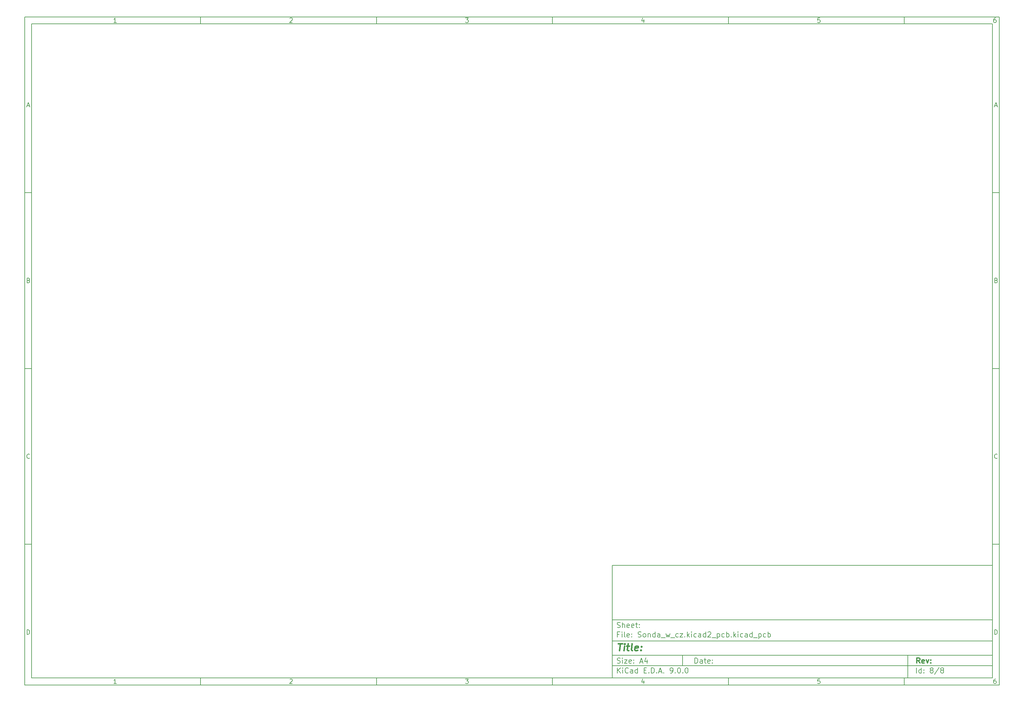
<source format=gbr>
%TF.GenerationSoftware,KiCad,Pcbnew,9.0.0*%
%TF.CreationDate,2025-03-20T15:23:59+01:00*%
%TF.ProjectId,Sonda_w_cz.kicad2_pcb,536f6e64-615f-4775-9f63-7a2e6b696361,rev?*%
%TF.SameCoordinates,Original*%
%TF.FileFunction,Other,User*%
%FSLAX46Y46*%
G04 Gerber Fmt 4.6, Leading zero omitted, Abs format (unit mm)*
G04 Created by KiCad (PCBNEW 9.0.0) date 2025-03-20 15:23:59*
%MOMM*%
%LPD*%
G01*
G04 APERTURE LIST*
%ADD10C,0.100000*%
%ADD11C,0.150000*%
%ADD12C,0.300000*%
%ADD13C,0.400000*%
G04 APERTURE END LIST*
D10*
D11*
X177002200Y-166007200D02*
X285002200Y-166007200D01*
X285002200Y-198007200D01*
X177002200Y-198007200D01*
X177002200Y-166007200D01*
D10*
D11*
X10000000Y-10000000D02*
X287002200Y-10000000D01*
X287002200Y-200007200D01*
X10000000Y-200007200D01*
X10000000Y-10000000D01*
D10*
D11*
X12000000Y-12000000D02*
X285002200Y-12000000D01*
X285002200Y-198007200D01*
X12000000Y-198007200D01*
X12000000Y-12000000D01*
D10*
D11*
X60000000Y-12000000D02*
X60000000Y-10000000D01*
D10*
D11*
X110000000Y-12000000D02*
X110000000Y-10000000D01*
D10*
D11*
X160000000Y-12000000D02*
X160000000Y-10000000D01*
D10*
D11*
X210000000Y-12000000D02*
X210000000Y-10000000D01*
D10*
D11*
X260000000Y-12000000D02*
X260000000Y-10000000D01*
D10*
D11*
X36089160Y-11593604D02*
X35346303Y-11593604D01*
X35717731Y-11593604D02*
X35717731Y-10293604D01*
X35717731Y-10293604D02*
X35593922Y-10479319D01*
X35593922Y-10479319D02*
X35470112Y-10603128D01*
X35470112Y-10603128D02*
X35346303Y-10665033D01*
D10*
D11*
X85346303Y-10417414D02*
X85408207Y-10355509D01*
X85408207Y-10355509D02*
X85532017Y-10293604D01*
X85532017Y-10293604D02*
X85841541Y-10293604D01*
X85841541Y-10293604D02*
X85965350Y-10355509D01*
X85965350Y-10355509D02*
X86027255Y-10417414D01*
X86027255Y-10417414D02*
X86089160Y-10541223D01*
X86089160Y-10541223D02*
X86089160Y-10665033D01*
X86089160Y-10665033D02*
X86027255Y-10850747D01*
X86027255Y-10850747D02*
X85284398Y-11593604D01*
X85284398Y-11593604D02*
X86089160Y-11593604D01*
D10*
D11*
X135284398Y-10293604D02*
X136089160Y-10293604D01*
X136089160Y-10293604D02*
X135655826Y-10788842D01*
X135655826Y-10788842D02*
X135841541Y-10788842D01*
X135841541Y-10788842D02*
X135965350Y-10850747D01*
X135965350Y-10850747D02*
X136027255Y-10912652D01*
X136027255Y-10912652D02*
X136089160Y-11036461D01*
X136089160Y-11036461D02*
X136089160Y-11345985D01*
X136089160Y-11345985D02*
X136027255Y-11469795D01*
X136027255Y-11469795D02*
X135965350Y-11531700D01*
X135965350Y-11531700D02*
X135841541Y-11593604D01*
X135841541Y-11593604D02*
X135470112Y-11593604D01*
X135470112Y-11593604D02*
X135346303Y-11531700D01*
X135346303Y-11531700D02*
X135284398Y-11469795D01*
D10*
D11*
X185965350Y-10726938D02*
X185965350Y-11593604D01*
X185655826Y-10231700D02*
X185346303Y-11160271D01*
X185346303Y-11160271D02*
X186151064Y-11160271D01*
D10*
D11*
X236027255Y-10293604D02*
X235408207Y-10293604D01*
X235408207Y-10293604D02*
X235346303Y-10912652D01*
X235346303Y-10912652D02*
X235408207Y-10850747D01*
X235408207Y-10850747D02*
X235532017Y-10788842D01*
X235532017Y-10788842D02*
X235841541Y-10788842D01*
X235841541Y-10788842D02*
X235965350Y-10850747D01*
X235965350Y-10850747D02*
X236027255Y-10912652D01*
X236027255Y-10912652D02*
X236089160Y-11036461D01*
X236089160Y-11036461D02*
X236089160Y-11345985D01*
X236089160Y-11345985D02*
X236027255Y-11469795D01*
X236027255Y-11469795D02*
X235965350Y-11531700D01*
X235965350Y-11531700D02*
X235841541Y-11593604D01*
X235841541Y-11593604D02*
X235532017Y-11593604D01*
X235532017Y-11593604D02*
X235408207Y-11531700D01*
X235408207Y-11531700D02*
X235346303Y-11469795D01*
D10*
D11*
X285965350Y-10293604D02*
X285717731Y-10293604D01*
X285717731Y-10293604D02*
X285593922Y-10355509D01*
X285593922Y-10355509D02*
X285532017Y-10417414D01*
X285532017Y-10417414D02*
X285408207Y-10603128D01*
X285408207Y-10603128D02*
X285346303Y-10850747D01*
X285346303Y-10850747D02*
X285346303Y-11345985D01*
X285346303Y-11345985D02*
X285408207Y-11469795D01*
X285408207Y-11469795D02*
X285470112Y-11531700D01*
X285470112Y-11531700D02*
X285593922Y-11593604D01*
X285593922Y-11593604D02*
X285841541Y-11593604D01*
X285841541Y-11593604D02*
X285965350Y-11531700D01*
X285965350Y-11531700D02*
X286027255Y-11469795D01*
X286027255Y-11469795D02*
X286089160Y-11345985D01*
X286089160Y-11345985D02*
X286089160Y-11036461D01*
X286089160Y-11036461D02*
X286027255Y-10912652D01*
X286027255Y-10912652D02*
X285965350Y-10850747D01*
X285965350Y-10850747D02*
X285841541Y-10788842D01*
X285841541Y-10788842D02*
X285593922Y-10788842D01*
X285593922Y-10788842D02*
X285470112Y-10850747D01*
X285470112Y-10850747D02*
X285408207Y-10912652D01*
X285408207Y-10912652D02*
X285346303Y-11036461D01*
D10*
D11*
X60000000Y-198007200D02*
X60000000Y-200007200D01*
D10*
D11*
X110000000Y-198007200D02*
X110000000Y-200007200D01*
D10*
D11*
X160000000Y-198007200D02*
X160000000Y-200007200D01*
D10*
D11*
X210000000Y-198007200D02*
X210000000Y-200007200D01*
D10*
D11*
X260000000Y-198007200D02*
X260000000Y-200007200D01*
D10*
D11*
X36089160Y-199600804D02*
X35346303Y-199600804D01*
X35717731Y-199600804D02*
X35717731Y-198300804D01*
X35717731Y-198300804D02*
X35593922Y-198486519D01*
X35593922Y-198486519D02*
X35470112Y-198610328D01*
X35470112Y-198610328D02*
X35346303Y-198672233D01*
D10*
D11*
X85346303Y-198424614D02*
X85408207Y-198362709D01*
X85408207Y-198362709D02*
X85532017Y-198300804D01*
X85532017Y-198300804D02*
X85841541Y-198300804D01*
X85841541Y-198300804D02*
X85965350Y-198362709D01*
X85965350Y-198362709D02*
X86027255Y-198424614D01*
X86027255Y-198424614D02*
X86089160Y-198548423D01*
X86089160Y-198548423D02*
X86089160Y-198672233D01*
X86089160Y-198672233D02*
X86027255Y-198857947D01*
X86027255Y-198857947D02*
X85284398Y-199600804D01*
X85284398Y-199600804D02*
X86089160Y-199600804D01*
D10*
D11*
X135284398Y-198300804D02*
X136089160Y-198300804D01*
X136089160Y-198300804D02*
X135655826Y-198796042D01*
X135655826Y-198796042D02*
X135841541Y-198796042D01*
X135841541Y-198796042D02*
X135965350Y-198857947D01*
X135965350Y-198857947D02*
X136027255Y-198919852D01*
X136027255Y-198919852D02*
X136089160Y-199043661D01*
X136089160Y-199043661D02*
X136089160Y-199353185D01*
X136089160Y-199353185D02*
X136027255Y-199476995D01*
X136027255Y-199476995D02*
X135965350Y-199538900D01*
X135965350Y-199538900D02*
X135841541Y-199600804D01*
X135841541Y-199600804D02*
X135470112Y-199600804D01*
X135470112Y-199600804D02*
X135346303Y-199538900D01*
X135346303Y-199538900D02*
X135284398Y-199476995D01*
D10*
D11*
X185965350Y-198734138D02*
X185965350Y-199600804D01*
X185655826Y-198238900D02*
X185346303Y-199167471D01*
X185346303Y-199167471D02*
X186151064Y-199167471D01*
D10*
D11*
X236027255Y-198300804D02*
X235408207Y-198300804D01*
X235408207Y-198300804D02*
X235346303Y-198919852D01*
X235346303Y-198919852D02*
X235408207Y-198857947D01*
X235408207Y-198857947D02*
X235532017Y-198796042D01*
X235532017Y-198796042D02*
X235841541Y-198796042D01*
X235841541Y-198796042D02*
X235965350Y-198857947D01*
X235965350Y-198857947D02*
X236027255Y-198919852D01*
X236027255Y-198919852D02*
X236089160Y-199043661D01*
X236089160Y-199043661D02*
X236089160Y-199353185D01*
X236089160Y-199353185D02*
X236027255Y-199476995D01*
X236027255Y-199476995D02*
X235965350Y-199538900D01*
X235965350Y-199538900D02*
X235841541Y-199600804D01*
X235841541Y-199600804D02*
X235532017Y-199600804D01*
X235532017Y-199600804D02*
X235408207Y-199538900D01*
X235408207Y-199538900D02*
X235346303Y-199476995D01*
D10*
D11*
X285965350Y-198300804D02*
X285717731Y-198300804D01*
X285717731Y-198300804D02*
X285593922Y-198362709D01*
X285593922Y-198362709D02*
X285532017Y-198424614D01*
X285532017Y-198424614D02*
X285408207Y-198610328D01*
X285408207Y-198610328D02*
X285346303Y-198857947D01*
X285346303Y-198857947D02*
X285346303Y-199353185D01*
X285346303Y-199353185D02*
X285408207Y-199476995D01*
X285408207Y-199476995D02*
X285470112Y-199538900D01*
X285470112Y-199538900D02*
X285593922Y-199600804D01*
X285593922Y-199600804D02*
X285841541Y-199600804D01*
X285841541Y-199600804D02*
X285965350Y-199538900D01*
X285965350Y-199538900D02*
X286027255Y-199476995D01*
X286027255Y-199476995D02*
X286089160Y-199353185D01*
X286089160Y-199353185D02*
X286089160Y-199043661D01*
X286089160Y-199043661D02*
X286027255Y-198919852D01*
X286027255Y-198919852D02*
X285965350Y-198857947D01*
X285965350Y-198857947D02*
X285841541Y-198796042D01*
X285841541Y-198796042D02*
X285593922Y-198796042D01*
X285593922Y-198796042D02*
X285470112Y-198857947D01*
X285470112Y-198857947D02*
X285408207Y-198919852D01*
X285408207Y-198919852D02*
X285346303Y-199043661D01*
D10*
D11*
X10000000Y-60000000D02*
X12000000Y-60000000D01*
D10*
D11*
X10000000Y-110000000D02*
X12000000Y-110000000D01*
D10*
D11*
X10000000Y-160000000D02*
X12000000Y-160000000D01*
D10*
D11*
X10690476Y-35222176D02*
X11309523Y-35222176D01*
X10566666Y-35593604D02*
X10999999Y-34293604D01*
X10999999Y-34293604D02*
X11433333Y-35593604D01*
D10*
D11*
X11092857Y-84912652D02*
X11278571Y-84974557D01*
X11278571Y-84974557D02*
X11340476Y-85036461D01*
X11340476Y-85036461D02*
X11402380Y-85160271D01*
X11402380Y-85160271D02*
X11402380Y-85345985D01*
X11402380Y-85345985D02*
X11340476Y-85469795D01*
X11340476Y-85469795D02*
X11278571Y-85531700D01*
X11278571Y-85531700D02*
X11154761Y-85593604D01*
X11154761Y-85593604D02*
X10659523Y-85593604D01*
X10659523Y-85593604D02*
X10659523Y-84293604D01*
X10659523Y-84293604D02*
X11092857Y-84293604D01*
X11092857Y-84293604D02*
X11216666Y-84355509D01*
X11216666Y-84355509D02*
X11278571Y-84417414D01*
X11278571Y-84417414D02*
X11340476Y-84541223D01*
X11340476Y-84541223D02*
X11340476Y-84665033D01*
X11340476Y-84665033D02*
X11278571Y-84788842D01*
X11278571Y-84788842D02*
X11216666Y-84850747D01*
X11216666Y-84850747D02*
X11092857Y-84912652D01*
X11092857Y-84912652D02*
X10659523Y-84912652D01*
D10*
D11*
X11402380Y-135469795D02*
X11340476Y-135531700D01*
X11340476Y-135531700D02*
X11154761Y-135593604D01*
X11154761Y-135593604D02*
X11030952Y-135593604D01*
X11030952Y-135593604D02*
X10845238Y-135531700D01*
X10845238Y-135531700D02*
X10721428Y-135407890D01*
X10721428Y-135407890D02*
X10659523Y-135284080D01*
X10659523Y-135284080D02*
X10597619Y-135036461D01*
X10597619Y-135036461D02*
X10597619Y-134850747D01*
X10597619Y-134850747D02*
X10659523Y-134603128D01*
X10659523Y-134603128D02*
X10721428Y-134479319D01*
X10721428Y-134479319D02*
X10845238Y-134355509D01*
X10845238Y-134355509D02*
X11030952Y-134293604D01*
X11030952Y-134293604D02*
X11154761Y-134293604D01*
X11154761Y-134293604D02*
X11340476Y-134355509D01*
X11340476Y-134355509D02*
X11402380Y-134417414D01*
D10*
D11*
X10659523Y-185593604D02*
X10659523Y-184293604D01*
X10659523Y-184293604D02*
X10969047Y-184293604D01*
X10969047Y-184293604D02*
X11154761Y-184355509D01*
X11154761Y-184355509D02*
X11278571Y-184479319D01*
X11278571Y-184479319D02*
X11340476Y-184603128D01*
X11340476Y-184603128D02*
X11402380Y-184850747D01*
X11402380Y-184850747D02*
X11402380Y-185036461D01*
X11402380Y-185036461D02*
X11340476Y-185284080D01*
X11340476Y-185284080D02*
X11278571Y-185407890D01*
X11278571Y-185407890D02*
X11154761Y-185531700D01*
X11154761Y-185531700D02*
X10969047Y-185593604D01*
X10969047Y-185593604D02*
X10659523Y-185593604D01*
D10*
D11*
X287002200Y-60000000D02*
X285002200Y-60000000D01*
D10*
D11*
X287002200Y-110000000D02*
X285002200Y-110000000D01*
D10*
D11*
X287002200Y-160000000D02*
X285002200Y-160000000D01*
D10*
D11*
X285692676Y-35222176D02*
X286311723Y-35222176D01*
X285568866Y-35593604D02*
X286002199Y-34293604D01*
X286002199Y-34293604D02*
X286435533Y-35593604D01*
D10*
D11*
X286095057Y-84912652D02*
X286280771Y-84974557D01*
X286280771Y-84974557D02*
X286342676Y-85036461D01*
X286342676Y-85036461D02*
X286404580Y-85160271D01*
X286404580Y-85160271D02*
X286404580Y-85345985D01*
X286404580Y-85345985D02*
X286342676Y-85469795D01*
X286342676Y-85469795D02*
X286280771Y-85531700D01*
X286280771Y-85531700D02*
X286156961Y-85593604D01*
X286156961Y-85593604D02*
X285661723Y-85593604D01*
X285661723Y-85593604D02*
X285661723Y-84293604D01*
X285661723Y-84293604D02*
X286095057Y-84293604D01*
X286095057Y-84293604D02*
X286218866Y-84355509D01*
X286218866Y-84355509D02*
X286280771Y-84417414D01*
X286280771Y-84417414D02*
X286342676Y-84541223D01*
X286342676Y-84541223D02*
X286342676Y-84665033D01*
X286342676Y-84665033D02*
X286280771Y-84788842D01*
X286280771Y-84788842D02*
X286218866Y-84850747D01*
X286218866Y-84850747D02*
X286095057Y-84912652D01*
X286095057Y-84912652D02*
X285661723Y-84912652D01*
D10*
D11*
X286404580Y-135469795D02*
X286342676Y-135531700D01*
X286342676Y-135531700D02*
X286156961Y-135593604D01*
X286156961Y-135593604D02*
X286033152Y-135593604D01*
X286033152Y-135593604D02*
X285847438Y-135531700D01*
X285847438Y-135531700D02*
X285723628Y-135407890D01*
X285723628Y-135407890D02*
X285661723Y-135284080D01*
X285661723Y-135284080D02*
X285599819Y-135036461D01*
X285599819Y-135036461D02*
X285599819Y-134850747D01*
X285599819Y-134850747D02*
X285661723Y-134603128D01*
X285661723Y-134603128D02*
X285723628Y-134479319D01*
X285723628Y-134479319D02*
X285847438Y-134355509D01*
X285847438Y-134355509D02*
X286033152Y-134293604D01*
X286033152Y-134293604D02*
X286156961Y-134293604D01*
X286156961Y-134293604D02*
X286342676Y-134355509D01*
X286342676Y-134355509D02*
X286404580Y-134417414D01*
D10*
D11*
X285661723Y-185593604D02*
X285661723Y-184293604D01*
X285661723Y-184293604D02*
X285971247Y-184293604D01*
X285971247Y-184293604D02*
X286156961Y-184355509D01*
X286156961Y-184355509D02*
X286280771Y-184479319D01*
X286280771Y-184479319D02*
X286342676Y-184603128D01*
X286342676Y-184603128D02*
X286404580Y-184850747D01*
X286404580Y-184850747D02*
X286404580Y-185036461D01*
X286404580Y-185036461D02*
X286342676Y-185284080D01*
X286342676Y-185284080D02*
X286280771Y-185407890D01*
X286280771Y-185407890D02*
X286156961Y-185531700D01*
X286156961Y-185531700D02*
X285971247Y-185593604D01*
X285971247Y-185593604D02*
X285661723Y-185593604D01*
D10*
D11*
X200458026Y-193793328D02*
X200458026Y-192293328D01*
X200458026Y-192293328D02*
X200815169Y-192293328D01*
X200815169Y-192293328D02*
X201029455Y-192364757D01*
X201029455Y-192364757D02*
X201172312Y-192507614D01*
X201172312Y-192507614D02*
X201243741Y-192650471D01*
X201243741Y-192650471D02*
X201315169Y-192936185D01*
X201315169Y-192936185D02*
X201315169Y-193150471D01*
X201315169Y-193150471D02*
X201243741Y-193436185D01*
X201243741Y-193436185D02*
X201172312Y-193579042D01*
X201172312Y-193579042D02*
X201029455Y-193721900D01*
X201029455Y-193721900D02*
X200815169Y-193793328D01*
X200815169Y-193793328D02*
X200458026Y-193793328D01*
X202600884Y-193793328D02*
X202600884Y-193007614D01*
X202600884Y-193007614D02*
X202529455Y-192864757D01*
X202529455Y-192864757D02*
X202386598Y-192793328D01*
X202386598Y-192793328D02*
X202100884Y-192793328D01*
X202100884Y-192793328D02*
X201958026Y-192864757D01*
X202600884Y-193721900D02*
X202458026Y-193793328D01*
X202458026Y-193793328D02*
X202100884Y-193793328D01*
X202100884Y-193793328D02*
X201958026Y-193721900D01*
X201958026Y-193721900D02*
X201886598Y-193579042D01*
X201886598Y-193579042D02*
X201886598Y-193436185D01*
X201886598Y-193436185D02*
X201958026Y-193293328D01*
X201958026Y-193293328D02*
X202100884Y-193221900D01*
X202100884Y-193221900D02*
X202458026Y-193221900D01*
X202458026Y-193221900D02*
X202600884Y-193150471D01*
X203100884Y-192793328D02*
X203672312Y-192793328D01*
X203315169Y-192293328D02*
X203315169Y-193579042D01*
X203315169Y-193579042D02*
X203386598Y-193721900D01*
X203386598Y-193721900D02*
X203529455Y-193793328D01*
X203529455Y-193793328D02*
X203672312Y-193793328D01*
X204743741Y-193721900D02*
X204600884Y-193793328D01*
X204600884Y-193793328D02*
X204315170Y-193793328D01*
X204315170Y-193793328D02*
X204172312Y-193721900D01*
X204172312Y-193721900D02*
X204100884Y-193579042D01*
X204100884Y-193579042D02*
X204100884Y-193007614D01*
X204100884Y-193007614D02*
X204172312Y-192864757D01*
X204172312Y-192864757D02*
X204315170Y-192793328D01*
X204315170Y-192793328D02*
X204600884Y-192793328D01*
X204600884Y-192793328D02*
X204743741Y-192864757D01*
X204743741Y-192864757D02*
X204815170Y-193007614D01*
X204815170Y-193007614D02*
X204815170Y-193150471D01*
X204815170Y-193150471D02*
X204100884Y-193293328D01*
X205458026Y-193650471D02*
X205529455Y-193721900D01*
X205529455Y-193721900D02*
X205458026Y-193793328D01*
X205458026Y-193793328D02*
X205386598Y-193721900D01*
X205386598Y-193721900D02*
X205458026Y-193650471D01*
X205458026Y-193650471D02*
X205458026Y-193793328D01*
X205458026Y-192864757D02*
X205529455Y-192936185D01*
X205529455Y-192936185D02*
X205458026Y-193007614D01*
X205458026Y-193007614D02*
X205386598Y-192936185D01*
X205386598Y-192936185D02*
X205458026Y-192864757D01*
X205458026Y-192864757D02*
X205458026Y-193007614D01*
D10*
D11*
X177002200Y-194507200D02*
X285002200Y-194507200D01*
D10*
D11*
X178458026Y-196593328D02*
X178458026Y-195093328D01*
X179315169Y-196593328D02*
X178672312Y-195736185D01*
X179315169Y-195093328D02*
X178458026Y-195950471D01*
X179958026Y-196593328D02*
X179958026Y-195593328D01*
X179958026Y-195093328D02*
X179886598Y-195164757D01*
X179886598Y-195164757D02*
X179958026Y-195236185D01*
X179958026Y-195236185D02*
X180029455Y-195164757D01*
X180029455Y-195164757D02*
X179958026Y-195093328D01*
X179958026Y-195093328D02*
X179958026Y-195236185D01*
X181529455Y-196450471D02*
X181458027Y-196521900D01*
X181458027Y-196521900D02*
X181243741Y-196593328D01*
X181243741Y-196593328D02*
X181100884Y-196593328D01*
X181100884Y-196593328D02*
X180886598Y-196521900D01*
X180886598Y-196521900D02*
X180743741Y-196379042D01*
X180743741Y-196379042D02*
X180672312Y-196236185D01*
X180672312Y-196236185D02*
X180600884Y-195950471D01*
X180600884Y-195950471D02*
X180600884Y-195736185D01*
X180600884Y-195736185D02*
X180672312Y-195450471D01*
X180672312Y-195450471D02*
X180743741Y-195307614D01*
X180743741Y-195307614D02*
X180886598Y-195164757D01*
X180886598Y-195164757D02*
X181100884Y-195093328D01*
X181100884Y-195093328D02*
X181243741Y-195093328D01*
X181243741Y-195093328D02*
X181458027Y-195164757D01*
X181458027Y-195164757D02*
X181529455Y-195236185D01*
X182815170Y-196593328D02*
X182815170Y-195807614D01*
X182815170Y-195807614D02*
X182743741Y-195664757D01*
X182743741Y-195664757D02*
X182600884Y-195593328D01*
X182600884Y-195593328D02*
X182315170Y-195593328D01*
X182315170Y-195593328D02*
X182172312Y-195664757D01*
X182815170Y-196521900D02*
X182672312Y-196593328D01*
X182672312Y-196593328D02*
X182315170Y-196593328D01*
X182315170Y-196593328D02*
X182172312Y-196521900D01*
X182172312Y-196521900D02*
X182100884Y-196379042D01*
X182100884Y-196379042D02*
X182100884Y-196236185D01*
X182100884Y-196236185D02*
X182172312Y-196093328D01*
X182172312Y-196093328D02*
X182315170Y-196021900D01*
X182315170Y-196021900D02*
X182672312Y-196021900D01*
X182672312Y-196021900D02*
X182815170Y-195950471D01*
X184172313Y-196593328D02*
X184172313Y-195093328D01*
X184172313Y-196521900D02*
X184029455Y-196593328D01*
X184029455Y-196593328D02*
X183743741Y-196593328D01*
X183743741Y-196593328D02*
X183600884Y-196521900D01*
X183600884Y-196521900D02*
X183529455Y-196450471D01*
X183529455Y-196450471D02*
X183458027Y-196307614D01*
X183458027Y-196307614D02*
X183458027Y-195879042D01*
X183458027Y-195879042D02*
X183529455Y-195736185D01*
X183529455Y-195736185D02*
X183600884Y-195664757D01*
X183600884Y-195664757D02*
X183743741Y-195593328D01*
X183743741Y-195593328D02*
X184029455Y-195593328D01*
X184029455Y-195593328D02*
X184172313Y-195664757D01*
X186029455Y-195807614D02*
X186529455Y-195807614D01*
X186743741Y-196593328D02*
X186029455Y-196593328D01*
X186029455Y-196593328D02*
X186029455Y-195093328D01*
X186029455Y-195093328D02*
X186743741Y-195093328D01*
X187386598Y-196450471D02*
X187458027Y-196521900D01*
X187458027Y-196521900D02*
X187386598Y-196593328D01*
X187386598Y-196593328D02*
X187315170Y-196521900D01*
X187315170Y-196521900D02*
X187386598Y-196450471D01*
X187386598Y-196450471D02*
X187386598Y-196593328D01*
X188100884Y-196593328D02*
X188100884Y-195093328D01*
X188100884Y-195093328D02*
X188458027Y-195093328D01*
X188458027Y-195093328D02*
X188672313Y-195164757D01*
X188672313Y-195164757D02*
X188815170Y-195307614D01*
X188815170Y-195307614D02*
X188886599Y-195450471D01*
X188886599Y-195450471D02*
X188958027Y-195736185D01*
X188958027Y-195736185D02*
X188958027Y-195950471D01*
X188958027Y-195950471D02*
X188886599Y-196236185D01*
X188886599Y-196236185D02*
X188815170Y-196379042D01*
X188815170Y-196379042D02*
X188672313Y-196521900D01*
X188672313Y-196521900D02*
X188458027Y-196593328D01*
X188458027Y-196593328D02*
X188100884Y-196593328D01*
X189600884Y-196450471D02*
X189672313Y-196521900D01*
X189672313Y-196521900D02*
X189600884Y-196593328D01*
X189600884Y-196593328D02*
X189529456Y-196521900D01*
X189529456Y-196521900D02*
X189600884Y-196450471D01*
X189600884Y-196450471D02*
X189600884Y-196593328D01*
X190243742Y-196164757D02*
X190958028Y-196164757D01*
X190100885Y-196593328D02*
X190600885Y-195093328D01*
X190600885Y-195093328D02*
X191100885Y-196593328D01*
X191600884Y-196450471D02*
X191672313Y-196521900D01*
X191672313Y-196521900D02*
X191600884Y-196593328D01*
X191600884Y-196593328D02*
X191529456Y-196521900D01*
X191529456Y-196521900D02*
X191600884Y-196450471D01*
X191600884Y-196450471D02*
X191600884Y-196593328D01*
X193529456Y-196593328D02*
X193815170Y-196593328D01*
X193815170Y-196593328D02*
X193958027Y-196521900D01*
X193958027Y-196521900D02*
X194029456Y-196450471D01*
X194029456Y-196450471D02*
X194172313Y-196236185D01*
X194172313Y-196236185D02*
X194243742Y-195950471D01*
X194243742Y-195950471D02*
X194243742Y-195379042D01*
X194243742Y-195379042D02*
X194172313Y-195236185D01*
X194172313Y-195236185D02*
X194100885Y-195164757D01*
X194100885Y-195164757D02*
X193958027Y-195093328D01*
X193958027Y-195093328D02*
X193672313Y-195093328D01*
X193672313Y-195093328D02*
X193529456Y-195164757D01*
X193529456Y-195164757D02*
X193458027Y-195236185D01*
X193458027Y-195236185D02*
X193386599Y-195379042D01*
X193386599Y-195379042D02*
X193386599Y-195736185D01*
X193386599Y-195736185D02*
X193458027Y-195879042D01*
X193458027Y-195879042D02*
X193529456Y-195950471D01*
X193529456Y-195950471D02*
X193672313Y-196021900D01*
X193672313Y-196021900D02*
X193958027Y-196021900D01*
X193958027Y-196021900D02*
X194100885Y-195950471D01*
X194100885Y-195950471D02*
X194172313Y-195879042D01*
X194172313Y-195879042D02*
X194243742Y-195736185D01*
X194886598Y-196450471D02*
X194958027Y-196521900D01*
X194958027Y-196521900D02*
X194886598Y-196593328D01*
X194886598Y-196593328D02*
X194815170Y-196521900D01*
X194815170Y-196521900D02*
X194886598Y-196450471D01*
X194886598Y-196450471D02*
X194886598Y-196593328D01*
X195886599Y-195093328D02*
X196029456Y-195093328D01*
X196029456Y-195093328D02*
X196172313Y-195164757D01*
X196172313Y-195164757D02*
X196243742Y-195236185D01*
X196243742Y-195236185D02*
X196315170Y-195379042D01*
X196315170Y-195379042D02*
X196386599Y-195664757D01*
X196386599Y-195664757D02*
X196386599Y-196021900D01*
X196386599Y-196021900D02*
X196315170Y-196307614D01*
X196315170Y-196307614D02*
X196243742Y-196450471D01*
X196243742Y-196450471D02*
X196172313Y-196521900D01*
X196172313Y-196521900D02*
X196029456Y-196593328D01*
X196029456Y-196593328D02*
X195886599Y-196593328D01*
X195886599Y-196593328D02*
X195743742Y-196521900D01*
X195743742Y-196521900D02*
X195672313Y-196450471D01*
X195672313Y-196450471D02*
X195600884Y-196307614D01*
X195600884Y-196307614D02*
X195529456Y-196021900D01*
X195529456Y-196021900D02*
X195529456Y-195664757D01*
X195529456Y-195664757D02*
X195600884Y-195379042D01*
X195600884Y-195379042D02*
X195672313Y-195236185D01*
X195672313Y-195236185D02*
X195743742Y-195164757D01*
X195743742Y-195164757D02*
X195886599Y-195093328D01*
X197029455Y-196450471D02*
X197100884Y-196521900D01*
X197100884Y-196521900D02*
X197029455Y-196593328D01*
X197029455Y-196593328D02*
X196958027Y-196521900D01*
X196958027Y-196521900D02*
X197029455Y-196450471D01*
X197029455Y-196450471D02*
X197029455Y-196593328D01*
X198029456Y-195093328D02*
X198172313Y-195093328D01*
X198172313Y-195093328D02*
X198315170Y-195164757D01*
X198315170Y-195164757D02*
X198386599Y-195236185D01*
X198386599Y-195236185D02*
X198458027Y-195379042D01*
X198458027Y-195379042D02*
X198529456Y-195664757D01*
X198529456Y-195664757D02*
X198529456Y-196021900D01*
X198529456Y-196021900D02*
X198458027Y-196307614D01*
X198458027Y-196307614D02*
X198386599Y-196450471D01*
X198386599Y-196450471D02*
X198315170Y-196521900D01*
X198315170Y-196521900D02*
X198172313Y-196593328D01*
X198172313Y-196593328D02*
X198029456Y-196593328D01*
X198029456Y-196593328D02*
X197886599Y-196521900D01*
X197886599Y-196521900D02*
X197815170Y-196450471D01*
X197815170Y-196450471D02*
X197743741Y-196307614D01*
X197743741Y-196307614D02*
X197672313Y-196021900D01*
X197672313Y-196021900D02*
X197672313Y-195664757D01*
X197672313Y-195664757D02*
X197743741Y-195379042D01*
X197743741Y-195379042D02*
X197815170Y-195236185D01*
X197815170Y-195236185D02*
X197886599Y-195164757D01*
X197886599Y-195164757D02*
X198029456Y-195093328D01*
D10*
D11*
X177002200Y-191507200D02*
X285002200Y-191507200D01*
D10*
D12*
X264413853Y-193785528D02*
X263913853Y-193071242D01*
X263556710Y-193785528D02*
X263556710Y-192285528D01*
X263556710Y-192285528D02*
X264128139Y-192285528D01*
X264128139Y-192285528D02*
X264270996Y-192356957D01*
X264270996Y-192356957D02*
X264342425Y-192428385D01*
X264342425Y-192428385D02*
X264413853Y-192571242D01*
X264413853Y-192571242D02*
X264413853Y-192785528D01*
X264413853Y-192785528D02*
X264342425Y-192928385D01*
X264342425Y-192928385D02*
X264270996Y-192999814D01*
X264270996Y-192999814D02*
X264128139Y-193071242D01*
X264128139Y-193071242D02*
X263556710Y-193071242D01*
X265628139Y-193714100D02*
X265485282Y-193785528D01*
X265485282Y-193785528D02*
X265199568Y-193785528D01*
X265199568Y-193785528D02*
X265056710Y-193714100D01*
X265056710Y-193714100D02*
X264985282Y-193571242D01*
X264985282Y-193571242D02*
X264985282Y-192999814D01*
X264985282Y-192999814D02*
X265056710Y-192856957D01*
X265056710Y-192856957D02*
X265199568Y-192785528D01*
X265199568Y-192785528D02*
X265485282Y-192785528D01*
X265485282Y-192785528D02*
X265628139Y-192856957D01*
X265628139Y-192856957D02*
X265699568Y-192999814D01*
X265699568Y-192999814D02*
X265699568Y-193142671D01*
X265699568Y-193142671D02*
X264985282Y-193285528D01*
X266199567Y-192785528D02*
X266556710Y-193785528D01*
X266556710Y-193785528D02*
X266913853Y-192785528D01*
X267485281Y-193642671D02*
X267556710Y-193714100D01*
X267556710Y-193714100D02*
X267485281Y-193785528D01*
X267485281Y-193785528D02*
X267413853Y-193714100D01*
X267413853Y-193714100D02*
X267485281Y-193642671D01*
X267485281Y-193642671D02*
X267485281Y-193785528D01*
X267485281Y-192856957D02*
X267556710Y-192928385D01*
X267556710Y-192928385D02*
X267485281Y-192999814D01*
X267485281Y-192999814D02*
X267413853Y-192928385D01*
X267413853Y-192928385D02*
X267485281Y-192856957D01*
X267485281Y-192856957D02*
X267485281Y-192999814D01*
D10*
D11*
X178386598Y-193721900D02*
X178600884Y-193793328D01*
X178600884Y-193793328D02*
X178958026Y-193793328D01*
X178958026Y-193793328D02*
X179100884Y-193721900D01*
X179100884Y-193721900D02*
X179172312Y-193650471D01*
X179172312Y-193650471D02*
X179243741Y-193507614D01*
X179243741Y-193507614D02*
X179243741Y-193364757D01*
X179243741Y-193364757D02*
X179172312Y-193221900D01*
X179172312Y-193221900D02*
X179100884Y-193150471D01*
X179100884Y-193150471D02*
X178958026Y-193079042D01*
X178958026Y-193079042D02*
X178672312Y-193007614D01*
X178672312Y-193007614D02*
X178529455Y-192936185D01*
X178529455Y-192936185D02*
X178458026Y-192864757D01*
X178458026Y-192864757D02*
X178386598Y-192721900D01*
X178386598Y-192721900D02*
X178386598Y-192579042D01*
X178386598Y-192579042D02*
X178458026Y-192436185D01*
X178458026Y-192436185D02*
X178529455Y-192364757D01*
X178529455Y-192364757D02*
X178672312Y-192293328D01*
X178672312Y-192293328D02*
X179029455Y-192293328D01*
X179029455Y-192293328D02*
X179243741Y-192364757D01*
X179886597Y-193793328D02*
X179886597Y-192793328D01*
X179886597Y-192293328D02*
X179815169Y-192364757D01*
X179815169Y-192364757D02*
X179886597Y-192436185D01*
X179886597Y-192436185D02*
X179958026Y-192364757D01*
X179958026Y-192364757D02*
X179886597Y-192293328D01*
X179886597Y-192293328D02*
X179886597Y-192436185D01*
X180458026Y-192793328D02*
X181243741Y-192793328D01*
X181243741Y-192793328D02*
X180458026Y-193793328D01*
X180458026Y-193793328D02*
X181243741Y-193793328D01*
X182386598Y-193721900D02*
X182243741Y-193793328D01*
X182243741Y-193793328D02*
X181958027Y-193793328D01*
X181958027Y-193793328D02*
X181815169Y-193721900D01*
X181815169Y-193721900D02*
X181743741Y-193579042D01*
X181743741Y-193579042D02*
X181743741Y-193007614D01*
X181743741Y-193007614D02*
X181815169Y-192864757D01*
X181815169Y-192864757D02*
X181958027Y-192793328D01*
X181958027Y-192793328D02*
X182243741Y-192793328D01*
X182243741Y-192793328D02*
X182386598Y-192864757D01*
X182386598Y-192864757D02*
X182458027Y-193007614D01*
X182458027Y-193007614D02*
X182458027Y-193150471D01*
X182458027Y-193150471D02*
X181743741Y-193293328D01*
X183100883Y-193650471D02*
X183172312Y-193721900D01*
X183172312Y-193721900D02*
X183100883Y-193793328D01*
X183100883Y-193793328D02*
X183029455Y-193721900D01*
X183029455Y-193721900D02*
X183100883Y-193650471D01*
X183100883Y-193650471D02*
X183100883Y-193793328D01*
X183100883Y-192864757D02*
X183172312Y-192936185D01*
X183172312Y-192936185D02*
X183100883Y-193007614D01*
X183100883Y-193007614D02*
X183029455Y-192936185D01*
X183029455Y-192936185D02*
X183100883Y-192864757D01*
X183100883Y-192864757D02*
X183100883Y-193007614D01*
X184886598Y-193364757D02*
X185600884Y-193364757D01*
X184743741Y-193793328D02*
X185243741Y-192293328D01*
X185243741Y-192293328D02*
X185743741Y-193793328D01*
X186886598Y-192793328D02*
X186886598Y-193793328D01*
X186529455Y-192221900D02*
X186172312Y-193293328D01*
X186172312Y-193293328D02*
X187100883Y-193293328D01*
D10*
D11*
X263458026Y-196593328D02*
X263458026Y-195093328D01*
X264815170Y-196593328D02*
X264815170Y-195093328D01*
X264815170Y-196521900D02*
X264672312Y-196593328D01*
X264672312Y-196593328D02*
X264386598Y-196593328D01*
X264386598Y-196593328D02*
X264243741Y-196521900D01*
X264243741Y-196521900D02*
X264172312Y-196450471D01*
X264172312Y-196450471D02*
X264100884Y-196307614D01*
X264100884Y-196307614D02*
X264100884Y-195879042D01*
X264100884Y-195879042D02*
X264172312Y-195736185D01*
X264172312Y-195736185D02*
X264243741Y-195664757D01*
X264243741Y-195664757D02*
X264386598Y-195593328D01*
X264386598Y-195593328D02*
X264672312Y-195593328D01*
X264672312Y-195593328D02*
X264815170Y-195664757D01*
X265529455Y-196450471D02*
X265600884Y-196521900D01*
X265600884Y-196521900D02*
X265529455Y-196593328D01*
X265529455Y-196593328D02*
X265458027Y-196521900D01*
X265458027Y-196521900D02*
X265529455Y-196450471D01*
X265529455Y-196450471D02*
X265529455Y-196593328D01*
X265529455Y-195664757D02*
X265600884Y-195736185D01*
X265600884Y-195736185D02*
X265529455Y-195807614D01*
X265529455Y-195807614D02*
X265458027Y-195736185D01*
X265458027Y-195736185D02*
X265529455Y-195664757D01*
X265529455Y-195664757D02*
X265529455Y-195807614D01*
X267600884Y-195736185D02*
X267458027Y-195664757D01*
X267458027Y-195664757D02*
X267386598Y-195593328D01*
X267386598Y-195593328D02*
X267315170Y-195450471D01*
X267315170Y-195450471D02*
X267315170Y-195379042D01*
X267315170Y-195379042D02*
X267386598Y-195236185D01*
X267386598Y-195236185D02*
X267458027Y-195164757D01*
X267458027Y-195164757D02*
X267600884Y-195093328D01*
X267600884Y-195093328D02*
X267886598Y-195093328D01*
X267886598Y-195093328D02*
X268029456Y-195164757D01*
X268029456Y-195164757D02*
X268100884Y-195236185D01*
X268100884Y-195236185D02*
X268172313Y-195379042D01*
X268172313Y-195379042D02*
X268172313Y-195450471D01*
X268172313Y-195450471D02*
X268100884Y-195593328D01*
X268100884Y-195593328D02*
X268029456Y-195664757D01*
X268029456Y-195664757D02*
X267886598Y-195736185D01*
X267886598Y-195736185D02*
X267600884Y-195736185D01*
X267600884Y-195736185D02*
X267458027Y-195807614D01*
X267458027Y-195807614D02*
X267386598Y-195879042D01*
X267386598Y-195879042D02*
X267315170Y-196021900D01*
X267315170Y-196021900D02*
X267315170Y-196307614D01*
X267315170Y-196307614D02*
X267386598Y-196450471D01*
X267386598Y-196450471D02*
X267458027Y-196521900D01*
X267458027Y-196521900D02*
X267600884Y-196593328D01*
X267600884Y-196593328D02*
X267886598Y-196593328D01*
X267886598Y-196593328D02*
X268029456Y-196521900D01*
X268029456Y-196521900D02*
X268100884Y-196450471D01*
X268100884Y-196450471D02*
X268172313Y-196307614D01*
X268172313Y-196307614D02*
X268172313Y-196021900D01*
X268172313Y-196021900D02*
X268100884Y-195879042D01*
X268100884Y-195879042D02*
X268029456Y-195807614D01*
X268029456Y-195807614D02*
X267886598Y-195736185D01*
X269886598Y-195021900D02*
X268600884Y-196950471D01*
X270600884Y-195736185D02*
X270458027Y-195664757D01*
X270458027Y-195664757D02*
X270386598Y-195593328D01*
X270386598Y-195593328D02*
X270315170Y-195450471D01*
X270315170Y-195450471D02*
X270315170Y-195379042D01*
X270315170Y-195379042D02*
X270386598Y-195236185D01*
X270386598Y-195236185D02*
X270458027Y-195164757D01*
X270458027Y-195164757D02*
X270600884Y-195093328D01*
X270600884Y-195093328D02*
X270886598Y-195093328D01*
X270886598Y-195093328D02*
X271029456Y-195164757D01*
X271029456Y-195164757D02*
X271100884Y-195236185D01*
X271100884Y-195236185D02*
X271172313Y-195379042D01*
X271172313Y-195379042D02*
X271172313Y-195450471D01*
X271172313Y-195450471D02*
X271100884Y-195593328D01*
X271100884Y-195593328D02*
X271029456Y-195664757D01*
X271029456Y-195664757D02*
X270886598Y-195736185D01*
X270886598Y-195736185D02*
X270600884Y-195736185D01*
X270600884Y-195736185D02*
X270458027Y-195807614D01*
X270458027Y-195807614D02*
X270386598Y-195879042D01*
X270386598Y-195879042D02*
X270315170Y-196021900D01*
X270315170Y-196021900D02*
X270315170Y-196307614D01*
X270315170Y-196307614D02*
X270386598Y-196450471D01*
X270386598Y-196450471D02*
X270458027Y-196521900D01*
X270458027Y-196521900D02*
X270600884Y-196593328D01*
X270600884Y-196593328D02*
X270886598Y-196593328D01*
X270886598Y-196593328D02*
X271029456Y-196521900D01*
X271029456Y-196521900D02*
X271100884Y-196450471D01*
X271100884Y-196450471D02*
X271172313Y-196307614D01*
X271172313Y-196307614D02*
X271172313Y-196021900D01*
X271172313Y-196021900D02*
X271100884Y-195879042D01*
X271100884Y-195879042D02*
X271029456Y-195807614D01*
X271029456Y-195807614D02*
X270886598Y-195736185D01*
D10*
D11*
X177002200Y-187507200D02*
X285002200Y-187507200D01*
D10*
D13*
X178693928Y-188211638D02*
X179836785Y-188211638D01*
X179015357Y-190211638D02*
X179265357Y-188211638D01*
X180253452Y-190211638D02*
X180420119Y-188878304D01*
X180503452Y-188211638D02*
X180396309Y-188306876D01*
X180396309Y-188306876D02*
X180479643Y-188402114D01*
X180479643Y-188402114D02*
X180586786Y-188306876D01*
X180586786Y-188306876D02*
X180503452Y-188211638D01*
X180503452Y-188211638D02*
X180479643Y-188402114D01*
X181086786Y-188878304D02*
X181848690Y-188878304D01*
X181455833Y-188211638D02*
X181241548Y-189925923D01*
X181241548Y-189925923D02*
X181312976Y-190116400D01*
X181312976Y-190116400D02*
X181491548Y-190211638D01*
X181491548Y-190211638D02*
X181682024Y-190211638D01*
X182634405Y-190211638D02*
X182455833Y-190116400D01*
X182455833Y-190116400D02*
X182384405Y-189925923D01*
X182384405Y-189925923D02*
X182598690Y-188211638D01*
X184170119Y-190116400D02*
X183967738Y-190211638D01*
X183967738Y-190211638D02*
X183586785Y-190211638D01*
X183586785Y-190211638D02*
X183408214Y-190116400D01*
X183408214Y-190116400D02*
X183336785Y-189925923D01*
X183336785Y-189925923D02*
X183432024Y-189164019D01*
X183432024Y-189164019D02*
X183551071Y-188973542D01*
X183551071Y-188973542D02*
X183753452Y-188878304D01*
X183753452Y-188878304D02*
X184134404Y-188878304D01*
X184134404Y-188878304D02*
X184312976Y-188973542D01*
X184312976Y-188973542D02*
X184384404Y-189164019D01*
X184384404Y-189164019D02*
X184360595Y-189354495D01*
X184360595Y-189354495D02*
X183384404Y-189544971D01*
X185134405Y-190021161D02*
X185217738Y-190116400D01*
X185217738Y-190116400D02*
X185110595Y-190211638D01*
X185110595Y-190211638D02*
X185027262Y-190116400D01*
X185027262Y-190116400D02*
X185134405Y-190021161D01*
X185134405Y-190021161D02*
X185110595Y-190211638D01*
X185265357Y-188973542D02*
X185348690Y-189068780D01*
X185348690Y-189068780D02*
X185241548Y-189164019D01*
X185241548Y-189164019D02*
X185158214Y-189068780D01*
X185158214Y-189068780D02*
X185265357Y-188973542D01*
X185265357Y-188973542D02*
X185241548Y-189164019D01*
D10*
D11*
X178958026Y-185607614D02*
X178458026Y-185607614D01*
X178458026Y-186393328D02*
X178458026Y-184893328D01*
X178458026Y-184893328D02*
X179172312Y-184893328D01*
X179743740Y-186393328D02*
X179743740Y-185393328D01*
X179743740Y-184893328D02*
X179672312Y-184964757D01*
X179672312Y-184964757D02*
X179743740Y-185036185D01*
X179743740Y-185036185D02*
X179815169Y-184964757D01*
X179815169Y-184964757D02*
X179743740Y-184893328D01*
X179743740Y-184893328D02*
X179743740Y-185036185D01*
X180672312Y-186393328D02*
X180529455Y-186321900D01*
X180529455Y-186321900D02*
X180458026Y-186179042D01*
X180458026Y-186179042D02*
X180458026Y-184893328D01*
X181815169Y-186321900D02*
X181672312Y-186393328D01*
X181672312Y-186393328D02*
X181386598Y-186393328D01*
X181386598Y-186393328D02*
X181243740Y-186321900D01*
X181243740Y-186321900D02*
X181172312Y-186179042D01*
X181172312Y-186179042D02*
X181172312Y-185607614D01*
X181172312Y-185607614D02*
X181243740Y-185464757D01*
X181243740Y-185464757D02*
X181386598Y-185393328D01*
X181386598Y-185393328D02*
X181672312Y-185393328D01*
X181672312Y-185393328D02*
X181815169Y-185464757D01*
X181815169Y-185464757D02*
X181886598Y-185607614D01*
X181886598Y-185607614D02*
X181886598Y-185750471D01*
X181886598Y-185750471D02*
X181172312Y-185893328D01*
X182529454Y-186250471D02*
X182600883Y-186321900D01*
X182600883Y-186321900D02*
X182529454Y-186393328D01*
X182529454Y-186393328D02*
X182458026Y-186321900D01*
X182458026Y-186321900D02*
X182529454Y-186250471D01*
X182529454Y-186250471D02*
X182529454Y-186393328D01*
X182529454Y-185464757D02*
X182600883Y-185536185D01*
X182600883Y-185536185D02*
X182529454Y-185607614D01*
X182529454Y-185607614D02*
X182458026Y-185536185D01*
X182458026Y-185536185D02*
X182529454Y-185464757D01*
X182529454Y-185464757D02*
X182529454Y-185607614D01*
X184315169Y-186321900D02*
X184529455Y-186393328D01*
X184529455Y-186393328D02*
X184886597Y-186393328D01*
X184886597Y-186393328D02*
X185029455Y-186321900D01*
X185029455Y-186321900D02*
X185100883Y-186250471D01*
X185100883Y-186250471D02*
X185172312Y-186107614D01*
X185172312Y-186107614D02*
X185172312Y-185964757D01*
X185172312Y-185964757D02*
X185100883Y-185821900D01*
X185100883Y-185821900D02*
X185029455Y-185750471D01*
X185029455Y-185750471D02*
X184886597Y-185679042D01*
X184886597Y-185679042D02*
X184600883Y-185607614D01*
X184600883Y-185607614D02*
X184458026Y-185536185D01*
X184458026Y-185536185D02*
X184386597Y-185464757D01*
X184386597Y-185464757D02*
X184315169Y-185321900D01*
X184315169Y-185321900D02*
X184315169Y-185179042D01*
X184315169Y-185179042D02*
X184386597Y-185036185D01*
X184386597Y-185036185D02*
X184458026Y-184964757D01*
X184458026Y-184964757D02*
X184600883Y-184893328D01*
X184600883Y-184893328D02*
X184958026Y-184893328D01*
X184958026Y-184893328D02*
X185172312Y-184964757D01*
X186029454Y-186393328D02*
X185886597Y-186321900D01*
X185886597Y-186321900D02*
X185815168Y-186250471D01*
X185815168Y-186250471D02*
X185743740Y-186107614D01*
X185743740Y-186107614D02*
X185743740Y-185679042D01*
X185743740Y-185679042D02*
X185815168Y-185536185D01*
X185815168Y-185536185D02*
X185886597Y-185464757D01*
X185886597Y-185464757D02*
X186029454Y-185393328D01*
X186029454Y-185393328D02*
X186243740Y-185393328D01*
X186243740Y-185393328D02*
X186386597Y-185464757D01*
X186386597Y-185464757D02*
X186458026Y-185536185D01*
X186458026Y-185536185D02*
X186529454Y-185679042D01*
X186529454Y-185679042D02*
X186529454Y-186107614D01*
X186529454Y-186107614D02*
X186458026Y-186250471D01*
X186458026Y-186250471D02*
X186386597Y-186321900D01*
X186386597Y-186321900D02*
X186243740Y-186393328D01*
X186243740Y-186393328D02*
X186029454Y-186393328D01*
X187172311Y-185393328D02*
X187172311Y-186393328D01*
X187172311Y-185536185D02*
X187243740Y-185464757D01*
X187243740Y-185464757D02*
X187386597Y-185393328D01*
X187386597Y-185393328D02*
X187600883Y-185393328D01*
X187600883Y-185393328D02*
X187743740Y-185464757D01*
X187743740Y-185464757D02*
X187815169Y-185607614D01*
X187815169Y-185607614D02*
X187815169Y-186393328D01*
X189172312Y-186393328D02*
X189172312Y-184893328D01*
X189172312Y-186321900D02*
X189029454Y-186393328D01*
X189029454Y-186393328D02*
X188743740Y-186393328D01*
X188743740Y-186393328D02*
X188600883Y-186321900D01*
X188600883Y-186321900D02*
X188529454Y-186250471D01*
X188529454Y-186250471D02*
X188458026Y-186107614D01*
X188458026Y-186107614D02*
X188458026Y-185679042D01*
X188458026Y-185679042D02*
X188529454Y-185536185D01*
X188529454Y-185536185D02*
X188600883Y-185464757D01*
X188600883Y-185464757D02*
X188743740Y-185393328D01*
X188743740Y-185393328D02*
X189029454Y-185393328D01*
X189029454Y-185393328D02*
X189172312Y-185464757D01*
X190529455Y-186393328D02*
X190529455Y-185607614D01*
X190529455Y-185607614D02*
X190458026Y-185464757D01*
X190458026Y-185464757D02*
X190315169Y-185393328D01*
X190315169Y-185393328D02*
X190029455Y-185393328D01*
X190029455Y-185393328D02*
X189886597Y-185464757D01*
X190529455Y-186321900D02*
X190386597Y-186393328D01*
X190386597Y-186393328D02*
X190029455Y-186393328D01*
X190029455Y-186393328D02*
X189886597Y-186321900D01*
X189886597Y-186321900D02*
X189815169Y-186179042D01*
X189815169Y-186179042D02*
X189815169Y-186036185D01*
X189815169Y-186036185D02*
X189886597Y-185893328D01*
X189886597Y-185893328D02*
X190029455Y-185821900D01*
X190029455Y-185821900D02*
X190386597Y-185821900D01*
X190386597Y-185821900D02*
X190529455Y-185750471D01*
X190886598Y-186536185D02*
X192029455Y-186536185D01*
X192243740Y-185393328D02*
X192529455Y-186393328D01*
X192529455Y-186393328D02*
X192815169Y-185679042D01*
X192815169Y-185679042D02*
X193100883Y-186393328D01*
X193100883Y-186393328D02*
X193386597Y-185393328D01*
X193600884Y-186536185D02*
X194743741Y-186536185D01*
X195743741Y-186321900D02*
X195600883Y-186393328D01*
X195600883Y-186393328D02*
X195315169Y-186393328D01*
X195315169Y-186393328D02*
X195172312Y-186321900D01*
X195172312Y-186321900D02*
X195100883Y-186250471D01*
X195100883Y-186250471D02*
X195029455Y-186107614D01*
X195029455Y-186107614D02*
X195029455Y-185679042D01*
X195029455Y-185679042D02*
X195100883Y-185536185D01*
X195100883Y-185536185D02*
X195172312Y-185464757D01*
X195172312Y-185464757D02*
X195315169Y-185393328D01*
X195315169Y-185393328D02*
X195600883Y-185393328D01*
X195600883Y-185393328D02*
X195743741Y-185464757D01*
X196243740Y-185393328D02*
X197029455Y-185393328D01*
X197029455Y-185393328D02*
X196243740Y-186393328D01*
X196243740Y-186393328D02*
X197029455Y-186393328D01*
X197600883Y-186250471D02*
X197672312Y-186321900D01*
X197672312Y-186321900D02*
X197600883Y-186393328D01*
X197600883Y-186393328D02*
X197529455Y-186321900D01*
X197529455Y-186321900D02*
X197600883Y-186250471D01*
X197600883Y-186250471D02*
X197600883Y-186393328D01*
X198315169Y-186393328D02*
X198315169Y-184893328D01*
X198458027Y-185821900D02*
X198886598Y-186393328D01*
X198886598Y-185393328D02*
X198315169Y-185964757D01*
X199529455Y-186393328D02*
X199529455Y-185393328D01*
X199529455Y-184893328D02*
X199458027Y-184964757D01*
X199458027Y-184964757D02*
X199529455Y-185036185D01*
X199529455Y-185036185D02*
X199600884Y-184964757D01*
X199600884Y-184964757D02*
X199529455Y-184893328D01*
X199529455Y-184893328D02*
X199529455Y-185036185D01*
X200886599Y-186321900D02*
X200743741Y-186393328D01*
X200743741Y-186393328D02*
X200458027Y-186393328D01*
X200458027Y-186393328D02*
X200315170Y-186321900D01*
X200315170Y-186321900D02*
X200243741Y-186250471D01*
X200243741Y-186250471D02*
X200172313Y-186107614D01*
X200172313Y-186107614D02*
X200172313Y-185679042D01*
X200172313Y-185679042D02*
X200243741Y-185536185D01*
X200243741Y-185536185D02*
X200315170Y-185464757D01*
X200315170Y-185464757D02*
X200458027Y-185393328D01*
X200458027Y-185393328D02*
X200743741Y-185393328D01*
X200743741Y-185393328D02*
X200886599Y-185464757D01*
X202172313Y-186393328D02*
X202172313Y-185607614D01*
X202172313Y-185607614D02*
X202100884Y-185464757D01*
X202100884Y-185464757D02*
X201958027Y-185393328D01*
X201958027Y-185393328D02*
X201672313Y-185393328D01*
X201672313Y-185393328D02*
X201529455Y-185464757D01*
X202172313Y-186321900D02*
X202029455Y-186393328D01*
X202029455Y-186393328D02*
X201672313Y-186393328D01*
X201672313Y-186393328D02*
X201529455Y-186321900D01*
X201529455Y-186321900D02*
X201458027Y-186179042D01*
X201458027Y-186179042D02*
X201458027Y-186036185D01*
X201458027Y-186036185D02*
X201529455Y-185893328D01*
X201529455Y-185893328D02*
X201672313Y-185821900D01*
X201672313Y-185821900D02*
X202029455Y-185821900D01*
X202029455Y-185821900D02*
X202172313Y-185750471D01*
X203529456Y-186393328D02*
X203529456Y-184893328D01*
X203529456Y-186321900D02*
X203386598Y-186393328D01*
X203386598Y-186393328D02*
X203100884Y-186393328D01*
X203100884Y-186393328D02*
X202958027Y-186321900D01*
X202958027Y-186321900D02*
X202886598Y-186250471D01*
X202886598Y-186250471D02*
X202815170Y-186107614D01*
X202815170Y-186107614D02*
X202815170Y-185679042D01*
X202815170Y-185679042D02*
X202886598Y-185536185D01*
X202886598Y-185536185D02*
X202958027Y-185464757D01*
X202958027Y-185464757D02*
X203100884Y-185393328D01*
X203100884Y-185393328D02*
X203386598Y-185393328D01*
X203386598Y-185393328D02*
X203529456Y-185464757D01*
X204172313Y-185036185D02*
X204243741Y-184964757D01*
X204243741Y-184964757D02*
X204386599Y-184893328D01*
X204386599Y-184893328D02*
X204743741Y-184893328D01*
X204743741Y-184893328D02*
X204886599Y-184964757D01*
X204886599Y-184964757D02*
X204958027Y-185036185D01*
X204958027Y-185036185D02*
X205029456Y-185179042D01*
X205029456Y-185179042D02*
X205029456Y-185321900D01*
X205029456Y-185321900D02*
X204958027Y-185536185D01*
X204958027Y-185536185D02*
X204100884Y-186393328D01*
X204100884Y-186393328D02*
X205029456Y-186393328D01*
X205315170Y-186536185D02*
X206458027Y-186536185D01*
X206815169Y-185393328D02*
X206815169Y-186893328D01*
X206815169Y-185464757D02*
X206958027Y-185393328D01*
X206958027Y-185393328D02*
X207243741Y-185393328D01*
X207243741Y-185393328D02*
X207386598Y-185464757D01*
X207386598Y-185464757D02*
X207458027Y-185536185D01*
X207458027Y-185536185D02*
X207529455Y-185679042D01*
X207529455Y-185679042D02*
X207529455Y-186107614D01*
X207529455Y-186107614D02*
X207458027Y-186250471D01*
X207458027Y-186250471D02*
X207386598Y-186321900D01*
X207386598Y-186321900D02*
X207243741Y-186393328D01*
X207243741Y-186393328D02*
X206958027Y-186393328D01*
X206958027Y-186393328D02*
X206815169Y-186321900D01*
X208815170Y-186321900D02*
X208672312Y-186393328D01*
X208672312Y-186393328D02*
X208386598Y-186393328D01*
X208386598Y-186393328D02*
X208243741Y-186321900D01*
X208243741Y-186321900D02*
X208172312Y-186250471D01*
X208172312Y-186250471D02*
X208100884Y-186107614D01*
X208100884Y-186107614D02*
X208100884Y-185679042D01*
X208100884Y-185679042D02*
X208172312Y-185536185D01*
X208172312Y-185536185D02*
X208243741Y-185464757D01*
X208243741Y-185464757D02*
X208386598Y-185393328D01*
X208386598Y-185393328D02*
X208672312Y-185393328D01*
X208672312Y-185393328D02*
X208815170Y-185464757D01*
X209458026Y-186393328D02*
X209458026Y-184893328D01*
X209458026Y-185464757D02*
X209600884Y-185393328D01*
X209600884Y-185393328D02*
X209886598Y-185393328D01*
X209886598Y-185393328D02*
X210029455Y-185464757D01*
X210029455Y-185464757D02*
X210100884Y-185536185D01*
X210100884Y-185536185D02*
X210172312Y-185679042D01*
X210172312Y-185679042D02*
X210172312Y-186107614D01*
X210172312Y-186107614D02*
X210100884Y-186250471D01*
X210100884Y-186250471D02*
X210029455Y-186321900D01*
X210029455Y-186321900D02*
X209886598Y-186393328D01*
X209886598Y-186393328D02*
X209600884Y-186393328D01*
X209600884Y-186393328D02*
X209458026Y-186321900D01*
X210815169Y-186250471D02*
X210886598Y-186321900D01*
X210886598Y-186321900D02*
X210815169Y-186393328D01*
X210815169Y-186393328D02*
X210743741Y-186321900D01*
X210743741Y-186321900D02*
X210815169Y-186250471D01*
X210815169Y-186250471D02*
X210815169Y-186393328D01*
X211529455Y-186393328D02*
X211529455Y-184893328D01*
X211672313Y-185821900D02*
X212100884Y-186393328D01*
X212100884Y-185393328D02*
X211529455Y-185964757D01*
X212743741Y-186393328D02*
X212743741Y-185393328D01*
X212743741Y-184893328D02*
X212672313Y-184964757D01*
X212672313Y-184964757D02*
X212743741Y-185036185D01*
X212743741Y-185036185D02*
X212815170Y-184964757D01*
X212815170Y-184964757D02*
X212743741Y-184893328D01*
X212743741Y-184893328D02*
X212743741Y-185036185D01*
X214100885Y-186321900D02*
X213958027Y-186393328D01*
X213958027Y-186393328D02*
X213672313Y-186393328D01*
X213672313Y-186393328D02*
X213529456Y-186321900D01*
X213529456Y-186321900D02*
X213458027Y-186250471D01*
X213458027Y-186250471D02*
X213386599Y-186107614D01*
X213386599Y-186107614D02*
X213386599Y-185679042D01*
X213386599Y-185679042D02*
X213458027Y-185536185D01*
X213458027Y-185536185D02*
X213529456Y-185464757D01*
X213529456Y-185464757D02*
X213672313Y-185393328D01*
X213672313Y-185393328D02*
X213958027Y-185393328D01*
X213958027Y-185393328D02*
X214100885Y-185464757D01*
X215386599Y-186393328D02*
X215386599Y-185607614D01*
X215386599Y-185607614D02*
X215315170Y-185464757D01*
X215315170Y-185464757D02*
X215172313Y-185393328D01*
X215172313Y-185393328D02*
X214886599Y-185393328D01*
X214886599Y-185393328D02*
X214743741Y-185464757D01*
X215386599Y-186321900D02*
X215243741Y-186393328D01*
X215243741Y-186393328D02*
X214886599Y-186393328D01*
X214886599Y-186393328D02*
X214743741Y-186321900D01*
X214743741Y-186321900D02*
X214672313Y-186179042D01*
X214672313Y-186179042D02*
X214672313Y-186036185D01*
X214672313Y-186036185D02*
X214743741Y-185893328D01*
X214743741Y-185893328D02*
X214886599Y-185821900D01*
X214886599Y-185821900D02*
X215243741Y-185821900D01*
X215243741Y-185821900D02*
X215386599Y-185750471D01*
X216743742Y-186393328D02*
X216743742Y-184893328D01*
X216743742Y-186321900D02*
X216600884Y-186393328D01*
X216600884Y-186393328D02*
X216315170Y-186393328D01*
X216315170Y-186393328D02*
X216172313Y-186321900D01*
X216172313Y-186321900D02*
X216100884Y-186250471D01*
X216100884Y-186250471D02*
X216029456Y-186107614D01*
X216029456Y-186107614D02*
X216029456Y-185679042D01*
X216029456Y-185679042D02*
X216100884Y-185536185D01*
X216100884Y-185536185D02*
X216172313Y-185464757D01*
X216172313Y-185464757D02*
X216315170Y-185393328D01*
X216315170Y-185393328D02*
X216600884Y-185393328D01*
X216600884Y-185393328D02*
X216743742Y-185464757D01*
X217100885Y-186536185D02*
X218243742Y-186536185D01*
X218600884Y-185393328D02*
X218600884Y-186893328D01*
X218600884Y-185464757D02*
X218743742Y-185393328D01*
X218743742Y-185393328D02*
X219029456Y-185393328D01*
X219029456Y-185393328D02*
X219172313Y-185464757D01*
X219172313Y-185464757D02*
X219243742Y-185536185D01*
X219243742Y-185536185D02*
X219315170Y-185679042D01*
X219315170Y-185679042D02*
X219315170Y-186107614D01*
X219315170Y-186107614D02*
X219243742Y-186250471D01*
X219243742Y-186250471D02*
X219172313Y-186321900D01*
X219172313Y-186321900D02*
X219029456Y-186393328D01*
X219029456Y-186393328D02*
X218743742Y-186393328D01*
X218743742Y-186393328D02*
X218600884Y-186321900D01*
X220600885Y-186321900D02*
X220458027Y-186393328D01*
X220458027Y-186393328D02*
X220172313Y-186393328D01*
X220172313Y-186393328D02*
X220029456Y-186321900D01*
X220029456Y-186321900D02*
X219958027Y-186250471D01*
X219958027Y-186250471D02*
X219886599Y-186107614D01*
X219886599Y-186107614D02*
X219886599Y-185679042D01*
X219886599Y-185679042D02*
X219958027Y-185536185D01*
X219958027Y-185536185D02*
X220029456Y-185464757D01*
X220029456Y-185464757D02*
X220172313Y-185393328D01*
X220172313Y-185393328D02*
X220458027Y-185393328D01*
X220458027Y-185393328D02*
X220600885Y-185464757D01*
X221243741Y-186393328D02*
X221243741Y-184893328D01*
X221243741Y-185464757D02*
X221386599Y-185393328D01*
X221386599Y-185393328D02*
X221672313Y-185393328D01*
X221672313Y-185393328D02*
X221815170Y-185464757D01*
X221815170Y-185464757D02*
X221886599Y-185536185D01*
X221886599Y-185536185D02*
X221958027Y-185679042D01*
X221958027Y-185679042D02*
X221958027Y-186107614D01*
X221958027Y-186107614D02*
X221886599Y-186250471D01*
X221886599Y-186250471D02*
X221815170Y-186321900D01*
X221815170Y-186321900D02*
X221672313Y-186393328D01*
X221672313Y-186393328D02*
X221386599Y-186393328D01*
X221386599Y-186393328D02*
X221243741Y-186321900D01*
D10*
D11*
X177002200Y-181507200D02*
X285002200Y-181507200D01*
D10*
D11*
X178386598Y-183621900D02*
X178600884Y-183693328D01*
X178600884Y-183693328D02*
X178958026Y-183693328D01*
X178958026Y-183693328D02*
X179100884Y-183621900D01*
X179100884Y-183621900D02*
X179172312Y-183550471D01*
X179172312Y-183550471D02*
X179243741Y-183407614D01*
X179243741Y-183407614D02*
X179243741Y-183264757D01*
X179243741Y-183264757D02*
X179172312Y-183121900D01*
X179172312Y-183121900D02*
X179100884Y-183050471D01*
X179100884Y-183050471D02*
X178958026Y-182979042D01*
X178958026Y-182979042D02*
X178672312Y-182907614D01*
X178672312Y-182907614D02*
X178529455Y-182836185D01*
X178529455Y-182836185D02*
X178458026Y-182764757D01*
X178458026Y-182764757D02*
X178386598Y-182621900D01*
X178386598Y-182621900D02*
X178386598Y-182479042D01*
X178386598Y-182479042D02*
X178458026Y-182336185D01*
X178458026Y-182336185D02*
X178529455Y-182264757D01*
X178529455Y-182264757D02*
X178672312Y-182193328D01*
X178672312Y-182193328D02*
X179029455Y-182193328D01*
X179029455Y-182193328D02*
X179243741Y-182264757D01*
X179886597Y-183693328D02*
X179886597Y-182193328D01*
X180529455Y-183693328D02*
X180529455Y-182907614D01*
X180529455Y-182907614D02*
X180458026Y-182764757D01*
X180458026Y-182764757D02*
X180315169Y-182693328D01*
X180315169Y-182693328D02*
X180100883Y-182693328D01*
X180100883Y-182693328D02*
X179958026Y-182764757D01*
X179958026Y-182764757D02*
X179886597Y-182836185D01*
X181815169Y-183621900D02*
X181672312Y-183693328D01*
X181672312Y-183693328D02*
X181386598Y-183693328D01*
X181386598Y-183693328D02*
X181243740Y-183621900D01*
X181243740Y-183621900D02*
X181172312Y-183479042D01*
X181172312Y-183479042D02*
X181172312Y-182907614D01*
X181172312Y-182907614D02*
X181243740Y-182764757D01*
X181243740Y-182764757D02*
X181386598Y-182693328D01*
X181386598Y-182693328D02*
X181672312Y-182693328D01*
X181672312Y-182693328D02*
X181815169Y-182764757D01*
X181815169Y-182764757D02*
X181886598Y-182907614D01*
X181886598Y-182907614D02*
X181886598Y-183050471D01*
X181886598Y-183050471D02*
X181172312Y-183193328D01*
X183100883Y-183621900D02*
X182958026Y-183693328D01*
X182958026Y-183693328D02*
X182672312Y-183693328D01*
X182672312Y-183693328D02*
X182529454Y-183621900D01*
X182529454Y-183621900D02*
X182458026Y-183479042D01*
X182458026Y-183479042D02*
X182458026Y-182907614D01*
X182458026Y-182907614D02*
X182529454Y-182764757D01*
X182529454Y-182764757D02*
X182672312Y-182693328D01*
X182672312Y-182693328D02*
X182958026Y-182693328D01*
X182958026Y-182693328D02*
X183100883Y-182764757D01*
X183100883Y-182764757D02*
X183172312Y-182907614D01*
X183172312Y-182907614D02*
X183172312Y-183050471D01*
X183172312Y-183050471D02*
X182458026Y-183193328D01*
X183600883Y-182693328D02*
X184172311Y-182693328D01*
X183815168Y-182193328D02*
X183815168Y-183479042D01*
X183815168Y-183479042D02*
X183886597Y-183621900D01*
X183886597Y-183621900D02*
X184029454Y-183693328D01*
X184029454Y-183693328D02*
X184172311Y-183693328D01*
X184672311Y-183550471D02*
X184743740Y-183621900D01*
X184743740Y-183621900D02*
X184672311Y-183693328D01*
X184672311Y-183693328D02*
X184600883Y-183621900D01*
X184600883Y-183621900D02*
X184672311Y-183550471D01*
X184672311Y-183550471D02*
X184672311Y-183693328D01*
X184672311Y-182764757D02*
X184743740Y-182836185D01*
X184743740Y-182836185D02*
X184672311Y-182907614D01*
X184672311Y-182907614D02*
X184600883Y-182836185D01*
X184600883Y-182836185D02*
X184672311Y-182764757D01*
X184672311Y-182764757D02*
X184672311Y-182907614D01*
D10*
D11*
X197002200Y-191507200D02*
X197002200Y-194507200D01*
D10*
D11*
X261002200Y-191507200D02*
X261002200Y-198007200D01*
M02*

</source>
